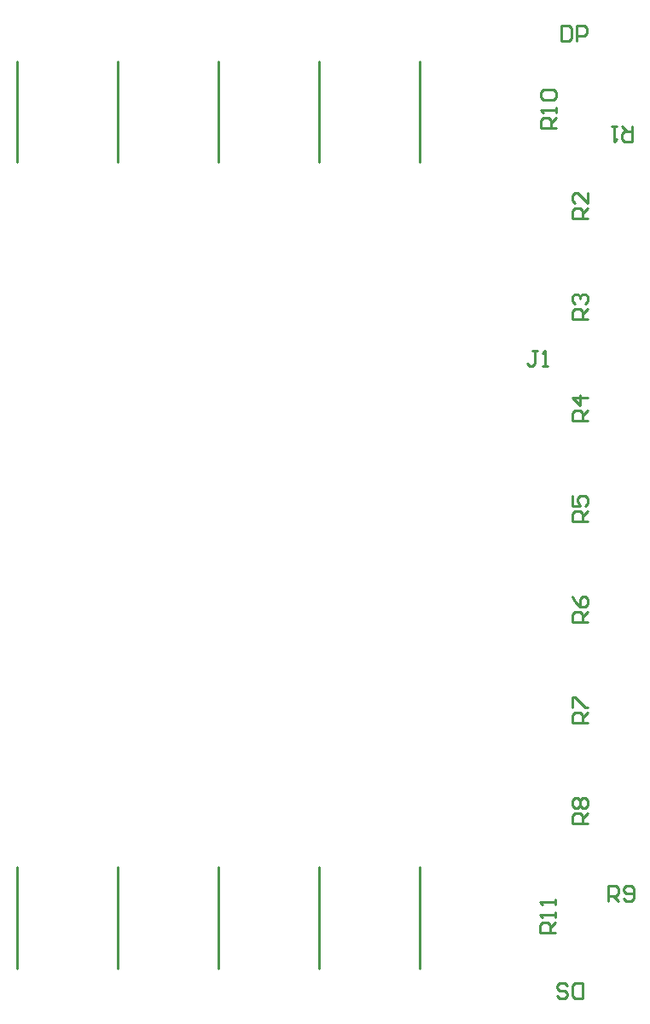
<source format=gto>
G04 Layer_Color=65535*
%FSLAX25Y25*%
%MOIN*%
G70*
G01*
G75*
%ADD19C,0.01000*%
D19*
X118110Y59055D02*
Y98425D01*
X78740Y59055D02*
Y98425D01*
Y374016D02*
Y413386D01*
X118110Y374016D02*
Y413386D01*
X157480Y374016D02*
Y413386D01*
X196850Y374016D02*
Y413386D01*
X236221Y374016D02*
Y413386D01*
Y59055D02*
Y98425D01*
X196850Y59055D02*
Y98425D01*
X157480Y59055D02*
Y98425D01*
X289173Y72874D02*
X283175D01*
Y75873D01*
X284175Y76873D01*
X286174D01*
X287174Y75873D01*
Y72874D01*
Y74873D02*
X289173Y76873D01*
Y78872D02*
Y80871D01*
Y79872D01*
X283175D01*
X284175Y78872D01*
X289173Y83871D02*
Y85870D01*
Y84870D01*
X283175D01*
X284175Y83871D01*
X289488Y387205D02*
X283490D01*
Y390204D01*
X284490Y391203D01*
X286489D01*
X287489Y390204D01*
Y387205D01*
Y389204D02*
X289488Y391203D01*
Y393203D02*
Y395202D01*
Y394202D01*
X283490D01*
X284490Y393203D01*
Y398201D02*
X283490Y399201D01*
Y401200D01*
X284490Y402200D01*
X288489D01*
X289488Y401200D01*
Y399201D01*
X288489Y398201D01*
X284490D01*
X309803Y85197D02*
Y91195D01*
X312802D01*
X313802Y90195D01*
Y88196D01*
X312802Y87196D01*
X309803D01*
X311803D02*
X313802Y85197D01*
X315801Y86197D02*
X316801Y85197D01*
X318800D01*
X319800Y86197D01*
Y90195D01*
X318800Y91195D01*
X316801D01*
X315801Y90195D01*
Y89196D01*
X316801Y88196D01*
X319800D01*
X301711Y115560D02*
X295713D01*
Y118559D01*
X296712Y119559D01*
X298712D01*
X299711Y118559D01*
Y115560D01*
Y117560D02*
X301711Y119559D01*
X296712Y121558D02*
X295713Y122558D01*
Y124557D01*
X296712Y125557D01*
X297712D01*
X298712Y124557D01*
X299711Y125557D01*
X300711D01*
X301711Y124557D01*
Y122558D01*
X300711Y121558D01*
X299711D01*
X298712Y122558D01*
X297712Y121558D01*
X296712D01*
X298712Y122558D02*
Y124557D01*
X301711Y154930D02*
X295713D01*
Y157929D01*
X296712Y158929D01*
X298712D01*
X299711Y157929D01*
Y154930D01*
Y156930D02*
X301711Y158929D01*
X295713Y160928D02*
Y164927D01*
X296712D01*
X300711Y160928D01*
X301711D01*
Y194300D02*
X295713D01*
Y197299D01*
X296712Y198299D01*
X298712D01*
X299711Y197299D01*
Y194300D01*
Y196300D02*
X301711Y198299D01*
X295713Y204297D02*
X296712Y202298D01*
X298712Y200299D01*
X300711D01*
X301711Y201298D01*
Y203297D01*
X300711Y204297D01*
X299711D01*
X298712Y203297D01*
Y200299D01*
X301711Y233670D02*
X295713D01*
Y236669D01*
X296712Y237669D01*
X298712D01*
X299711Y236669D01*
Y233670D01*
Y235670D02*
X301711Y237669D01*
X295713Y243667D02*
Y239668D01*
X298712D01*
X297712Y241668D01*
Y242668D01*
X298712Y243667D01*
X300711D01*
X301711Y242668D01*
Y240668D01*
X300711Y239668D01*
X301711Y273041D02*
X295713D01*
Y276040D01*
X296712Y277039D01*
X298712D01*
X299711Y276040D01*
Y273041D01*
Y275040D02*
X301711Y277039D01*
Y282038D02*
X295713D01*
X298712Y279039D01*
Y283037D01*
X301711Y312411D02*
X295713D01*
Y315410D01*
X296712Y316409D01*
X298712D01*
X299711Y315410D01*
Y312411D01*
Y314410D02*
X301711Y316409D01*
X296712Y318409D02*
X295713Y319408D01*
Y321408D01*
X296712Y322407D01*
X297712D01*
X298712Y321408D01*
Y320408D01*
Y321408D01*
X299711Y322407D01*
X300711D01*
X301711Y321408D01*
Y319408D01*
X300711Y318409D01*
X301711Y351781D02*
X295713D01*
Y354780D01*
X296712Y355779D01*
X298712D01*
X299711Y354780D01*
Y351781D01*
Y353780D02*
X301711Y355779D01*
Y361777D02*
Y357779D01*
X297712Y361777D01*
X296712D01*
X295713Y360778D01*
Y358779D01*
X296712Y357779D01*
X319134Y387795D02*
Y381797D01*
X316135D01*
X315135Y382797D01*
Y384796D01*
X316135Y385796D01*
X319134D01*
X317134D02*
X315135Y387795D01*
X313136D02*
X311137D01*
X312136D01*
Y381797D01*
X313136Y382797D01*
X282113Y300269D02*
X280114D01*
X281114D01*
Y295270D01*
X280114Y294270D01*
X279114D01*
X278115Y295270D01*
X284113Y294270D02*
X286112D01*
X285112D01*
Y300269D01*
X284113Y299269D01*
X299961Y47270D02*
Y53268D01*
X296962D01*
X295962Y52268D01*
Y48269D01*
X296962Y47270D01*
X299961D01*
X289964Y48269D02*
X290964Y47270D01*
X292963D01*
X293963Y48269D01*
Y49269D01*
X292963Y50269D01*
X290964D01*
X289964Y51268D01*
Y52268D01*
X290964Y53268D01*
X292963D01*
X293963Y52268D01*
X291417Y427337D02*
Y421339D01*
X294416D01*
X295416Y422338D01*
Y426337D01*
X294416Y427337D01*
X291417D01*
X297415Y421339D02*
Y427337D01*
X300414D01*
X301414Y426337D01*
Y424338D01*
X300414Y423338D01*
X297415D01*
M02*

</source>
